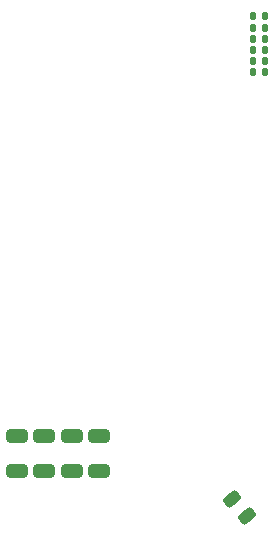
<source format=gbp>
%TF.GenerationSoftware,KiCad,Pcbnew,(7.0.0)*%
%TF.CreationDate,2023-03-15T16:02:59+00:00*%
%TF.ProjectId,Chad,43686164-2e6b-4696-9361-645f70636258,rev?*%
%TF.SameCoordinates,Original*%
%TF.FileFunction,Paste,Bot*%
%TF.FilePolarity,Positive*%
%FSLAX46Y46*%
G04 Gerber Fmt 4.6, Leading zero omitted, Abs format (unit mm)*
G04 Created by KiCad (PCBNEW (7.0.0)) date 2023-03-15 16:02:59*
%MOMM*%
%LPD*%
G01*
G04 APERTURE LIST*
G04 Aperture macros list*
%AMRoundRect*
0 Rectangle with rounded corners*
0 $1 Rounding radius*
0 $2 $3 $4 $5 $6 $7 $8 $9 X,Y pos of 4 corners*
0 Add a 4 corners polygon primitive as box body*
4,1,4,$2,$3,$4,$5,$6,$7,$8,$9,$2,$3,0*
0 Add four circle primitives for the rounded corners*
1,1,$1+$1,$2,$3*
1,1,$1+$1,$4,$5*
1,1,$1+$1,$6,$7*
1,1,$1+$1,$8,$9*
0 Add four rect primitives between the rounded corners*
20,1,$1+$1,$2,$3,$4,$5,0*
20,1,$1+$1,$4,$5,$6,$7,0*
20,1,$1+$1,$6,$7,$8,$9,0*
20,1,$1+$1,$8,$9,$2,$3,0*%
G04 Aperture macros list end*
%ADD10RoundRect,0.135000X-0.135000X-0.185000X0.135000X-0.185000X0.135000X0.185000X-0.135000X0.185000X0*%
%ADD11RoundRect,0.250000X-0.650000X0.325000X-0.650000X-0.325000X0.650000X-0.325000X0.650000X0.325000X0*%
%ADD12RoundRect,0.250000X0.524568X0.113813X0.203174X0.496835X-0.524568X-0.113813X-0.203174X-0.496835X0*%
G04 APERTURE END LIST*
D10*
%TO.C,R33*%
X54813359Y-56398345D03*
X55833359Y-56398345D03*
%TD*%
D11*
%TO.C,C43*%
X39489357Y-87248335D03*
X39489357Y-90198335D03*
%TD*%
D10*
%TO.C,R28*%
X55835000Y-52650000D03*
X54815000Y-52650000D03*
%TD*%
D11*
%TO.C,C42*%
X37185711Y-87246450D03*
X37185711Y-90196450D03*
%TD*%
D12*
%TO.C,C48*%
X54310648Y-94027742D03*
X53089352Y-92572258D03*
%TD*%
D11*
%TO.C,C44*%
X41802781Y-87249629D03*
X41802781Y-90199629D03*
%TD*%
D10*
%TO.C,R29*%
X54815000Y-53575000D03*
X55835000Y-53575000D03*
%TD*%
%TO.C,R32*%
X54815184Y-55460437D03*
X55835184Y-55460437D03*
%TD*%
%TO.C,R31*%
X55834516Y-51705161D03*
X54814516Y-51705161D03*
%TD*%
%TO.C,R30*%
X54814682Y-54517718D03*
X55834682Y-54517718D03*
%TD*%
D11*
%TO.C,C41*%
X34880458Y-87248706D03*
X34880458Y-90198706D03*
%TD*%
M02*

</source>
